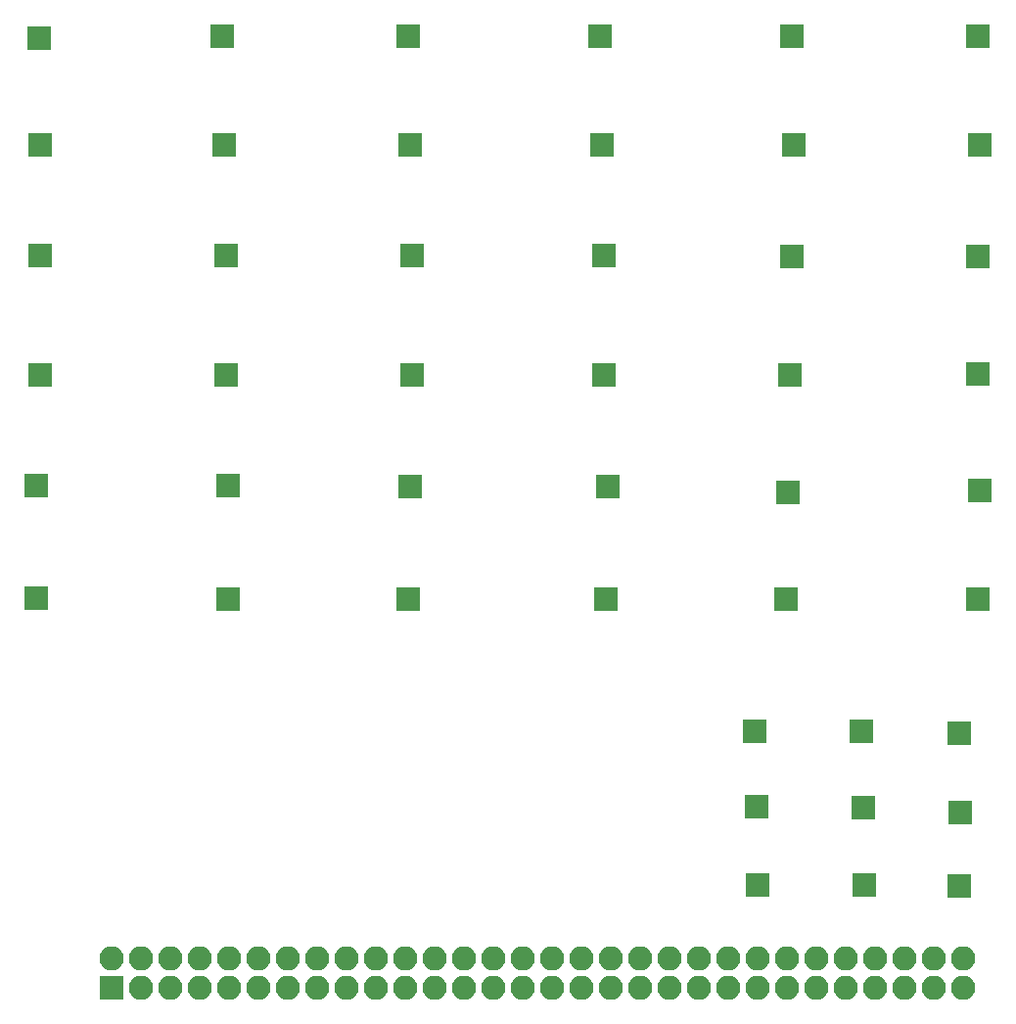
<source format=gbs>
G04 #@! TF.FileFunction,Soldermask,Bot*
%FSLAX46Y46*%
G04 Gerber Fmt 4.6, Leading zero omitted, Abs format (unit mm)*
G04 Created by KiCad (PCBNEW 4.0.7) date 03/13/18 19:14:56*
%MOMM*%
%LPD*%
G01*
G04 APERTURE LIST*
%ADD10C,0.100000*%
%ADD11R,2.100000X2.100000*%
%ADD12O,2.100000X2.100000*%
G04 APERTURE END LIST*
D10*
D11*
X98044000Y-148082000D03*
D12*
X98044000Y-145542000D03*
X100584000Y-148082000D03*
X100584000Y-145542000D03*
X103124000Y-148082000D03*
X103124000Y-145542000D03*
X105664000Y-148082000D03*
X105664000Y-145542000D03*
X108204000Y-148082000D03*
X108204000Y-145542000D03*
X110744000Y-148082000D03*
X110744000Y-145542000D03*
X113284000Y-148082000D03*
X113284000Y-145542000D03*
X115824000Y-148082000D03*
X115824000Y-145542000D03*
X118364000Y-148082000D03*
X118364000Y-145542000D03*
X120904000Y-148082000D03*
X120904000Y-145542000D03*
X123444000Y-148082000D03*
X123444000Y-145542000D03*
X125984000Y-148082000D03*
X125984000Y-145542000D03*
X128524000Y-148082000D03*
X128524000Y-145542000D03*
X131064000Y-148082000D03*
X131064000Y-145542000D03*
X133604000Y-148082000D03*
X133604000Y-145542000D03*
X136144000Y-148082000D03*
X136144000Y-145542000D03*
X138684000Y-148082000D03*
X138684000Y-145542000D03*
X141224000Y-148082000D03*
X141224000Y-145542000D03*
X143764000Y-148082000D03*
X143764000Y-145542000D03*
X146304000Y-148082000D03*
X146304000Y-145542000D03*
X148844000Y-148082000D03*
X148844000Y-145542000D03*
X151384000Y-148082000D03*
X151384000Y-145542000D03*
X153924000Y-148082000D03*
X153924000Y-145542000D03*
X156464000Y-148082000D03*
X156464000Y-145542000D03*
X159004000Y-148082000D03*
X159004000Y-145542000D03*
X161544000Y-148082000D03*
X161544000Y-145542000D03*
X164084000Y-148082000D03*
X164084000Y-145542000D03*
X166624000Y-148082000D03*
X166624000Y-145542000D03*
X169164000Y-148082000D03*
X169164000Y-145542000D03*
X171704000Y-148082000D03*
X171704000Y-145542000D03*
D11*
X91897619Y-75187000D03*
X107829619Y-75187000D03*
X123923619Y-75187000D03*
X140525619Y-75187000D03*
X157127619Y-75187000D03*
X173221619Y-75187000D03*
X91897619Y-95105000D03*
X107991619Y-95105000D03*
X124085619Y-95105000D03*
X140687619Y-95105000D03*
X156781619Y-95105000D03*
X173015619Y-94999000D03*
X91595619Y-114409000D03*
X108153619Y-114515000D03*
X123739619Y-114515000D03*
X140849619Y-114515000D03*
X156435619Y-114515000D03*
X173037619Y-114515000D03*
X91849619Y-66001000D03*
X107645619Y-65853000D03*
X123739619Y-65853000D03*
X140341619Y-65853000D03*
X156943619Y-65853000D03*
X173037619Y-65853000D03*
X91897619Y-84755000D03*
X107991619Y-84755000D03*
X124085619Y-84755000D03*
X140687619Y-84755000D03*
X156921619Y-84861000D03*
X173015619Y-84861000D03*
X91573619Y-104673000D03*
X108175619Y-104673000D03*
X123901619Y-104779000D03*
X141011619Y-104779000D03*
X156597619Y-105287000D03*
X173177619Y-105139000D03*
X153711619Y-125967000D03*
X153873619Y-132423000D03*
X154000619Y-139260000D03*
X171443619Y-126093000D03*
X171491619Y-132931000D03*
X171408619Y-139322000D03*
X162947619Y-125967000D03*
X163131619Y-132507000D03*
X163223619Y-139259000D03*
M02*

</source>
